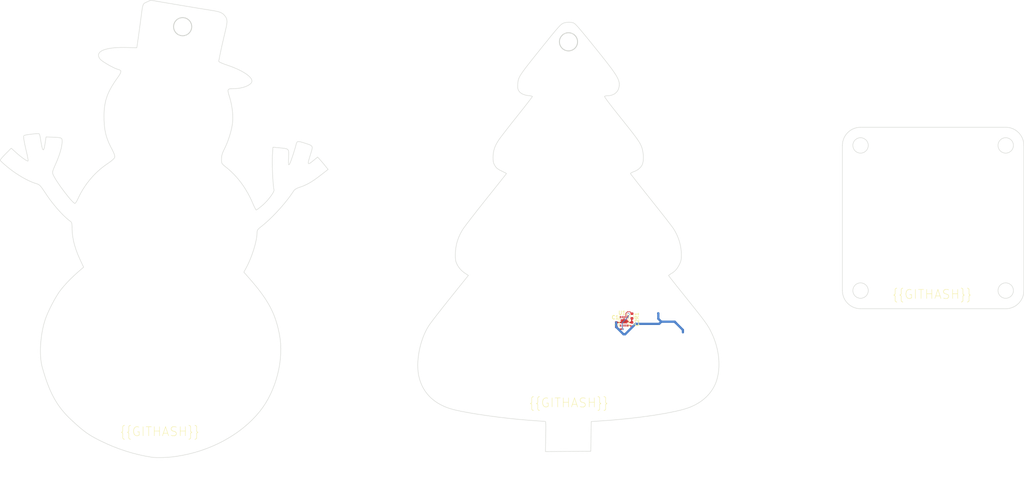
<source format=kicad_pcb>
(kicad_pcb (version 20240108) (generator "pcbnew") (generator_version "8.0")
  (layers (0 "F.Cu" signal) (31 "B.Cu" signal) (34 "B.Paste" user) (35 "F.Paste" user) (36 "B.SilkS" user "B.Silkscreen") (37 "F.SilkS" user "F.Silkscreen") (38 "B.Mask" user) (39 "F.Mask" user) (44 "Edge.Cuts" user))
  (net 0 "")
  (net 1 "ic-vcc")
  (net 2 "iset")
  (net 3 "ic-gnd")
  (net 4 "preterm")
  (net 5 "pg")
  (net 6 "chg")
  (net 7 "ts")
  (net 8 "ic-vcc-1")
  (net 9 "nc")
  (footprint "lib:C0402" (layer "F.Cu") (at 175.211449 121.28782 90)
    (property "Reference" "C2" (at 0.393321 1.144052 -90) (layer "F.SilkS") (effects (font (size 0.8 0.8))))
    (property "Value" "25V 1uF X5R ±10% 0402  Multilayer Ceramic Capacitors MLCC - SMD/SMT ROHS")
    (fp_line (start -0.107836 -0.36) (end 0.107836 -0.36) (stroke (width 0.12)) (layer "F.SilkS"))
    (fp_line (start -0.107836 0.36) (end 0.107836 0.36) (stroke (width 0.12)) (layer "F.SilkS"))
    (pad "1" smd roundrect (at -0.48 0 90) (size 0.56 0.62) (layers "F.Cu" "F.Paste" "F.Mask") (net 8 "ic-vcc-1"))
    (pad "2" smd roundrect (at 0.48 0 90) (size 0.56 0.62) (layers "F.Cu" "F.Paste" "F.Mask") (net 3 "ic-gnd"))
  )
  (footprint "lib:C0402" (layer "F.Cu") (at 171.778378 121.30717 90)
    (property "Reference" "C1" (at 1.602671 -0.242877 180) (layer "F.SilkS") (effects (font (size 0.8 0.8))))
    (property "Value" "25V 1uF X5R ±10% 0402  Multilayer Ceramic Capacitors MLCC - SMD/SMT ROHS")
    (fp_line (start -0.107836 -0.36) (end 0.107836 -0.36) (stroke (width 0.12)) (layer "F.SilkS"))
    (fp_line (start -0.107836 0.36) (end 0.107836 0.36) (stroke (width 0.12)) (layer "F.SilkS"))
    (pad "1" smd roundrect (at -0.48 0 90) (size 0.56 0.62) (layers "F.Cu" "F.Paste" "F.Mask") (net 1 "ic-vcc"))
    (pad "2" smd roundrect (at 0.48 0 90) (size 0.56 0.62) (layers "F.Cu" "F.Paste" "F.Mask") (net 3 "ic-gnd"))
  )
  (footprint "lib:R0402" (layer "F.Cu") (at 175.216659 119.395657 -90)
    (property "Reference" "R1" (at -0.031158 -1.088842 90) (layer "F.SilkS") (effects (font (size 0.8 0.8))))
    (property "Value" "100mW Thick Film Resistors ±100ppm/℃ ±1% 604Ω 0402  Chip Resistor - Surface Mount ROHS")
    (fp_line (start -0.153641 0.38) (end 0.153641 0.38) (stroke (width 0.12)) (layer "F.SilkS"))
    (fp_line (start -0.153641 -0.38) (end 0.153641 -0.38) (stroke (width 0.12)) (layer "F.SilkS"))
    (pad "1" smd roundrect (at -0.51 0 270) (size 0.54 0.64) (layers "F.Cu" "F.Paste" "F.Mask") (net 2 "iset"))
    (pad "2" smd roundrect (at 0.51 0 270) (size 0.54 0.64) (layers "F.Cu" "F.Paste" "F.Mask") (net 3 "ic-gnd"))
  )
  (footprint "lib:WSON-10_L2.0-W2.0-P0.40-BL-EP" (layer "F.Cu") (at 173.48 120.57 180)
    (property "Reference" "U1" (at 0.444499 1.865501 0) (layer "F.SilkS") (effects (font (size 0.8 0.8))))
    (property "Value" "")
    (fp_line (start 1.08 -1.08) (end 1.08 1.08) (stroke (width 0.15)) (layer "F.SilkS"))
    (fp_line (start -1.08 1.08) (end -1.08 -1.08) (stroke (width 0.15)) (layer "F.SilkS"))
    (fp_circle (center -0.8 1.48) (end -0.7 1.48) (stroke (width 0.2)) (fill none) (layer "F.SilkS"))
    (pad "1" smd rect (at -0.8 0.93 180) (size 0.22 0.51) (layers "F.Cu" "F.Paste" "F.Mask") (net 1 "ic-vcc"))
    (pad "2" smd rect (at -0.4 0.93 180) (size 0.22 0.51) (layers "F.Cu" "F.Paste" "F.Mask") (net 2 "iset"))
    (pad "3" smd rect (at 0 0.93 180) (size 0.22 0.51) (layers "F.Cu" "F.Paste" "F.Mask") (net 3 "ic-gnd"))
    (pad "4" smd rect (at 0.4 0.93 180) (size 0.22 0.51) (layers "F.Cu" "F.Paste" "F.Mask") (net 4 "preterm"))
    (pad "5" smd rect (at 0.8 0.93 180) (size 0.22 0.51) (layers "F.Cu" "F.Paste" "F.Mask") (net 5 "pg"))
    (pad "6" smd rect (at 0.8 -0.93 180) (size 0.22 0.51) (layers "F.Cu" "F.Paste" "F.Mask") (net 9 "nc"))
    (pad "7" smd rect (at 0.4 -0.93 180) (size 0.22 0.51) (layers "F.Cu" "F.Paste" "F.Mask") (net 1 "ic-vcc"))
    (pad "8" smd rect (at 0 -0.93 180) (size 0.22 0.51) (layers "F.Cu" "F.Paste" "F.Mask") (net 6 "chg"))
    (pad "9" smd rect (at -0.4 -0.93 180) (size 0.22 0.51) (layers "F.Cu" "F.Paste" "F.Mask") (net 7 "ts"))
    (pad "10" smd rect (at -0.8 -0.93 180) (size 0.22 0.51) (layers "F.Cu" "F.Paste" "F.Mask") (net 8 "ic-vcc-1"))
    (pad "11" smd rect (at 0 0 180) (size 1.5 0.9) (layers "F.Cu" "F.Paste" "F.Mask") (net 3 "ic-gnd"))
  )
  (gr_circle (center 225.62 81.79) (end 227.32 81.79) (stroke (width 0.1)) (fill none) (layer "Edge.Cuts"))
  (gr_circle (center 257.62 113.79) (end 259.32 113.79) (stroke (width 0.1)) (fill none) (layer "Edge.Cuts"))
  (gr_circle (center 257.62 81.79) (end 259.32 81.79) (stroke (width 0.1)) (fill none) (layer "Edge.Cuts"))
  (gr_poly (pts (xy 75.142222 50.797022) (xy 79.756606 51.568267) (xy 82.366969 51.99203) (xy 83.019066 52.095762) (xy 83.303876 52.146979) (xy 83.563537 52.198618) (xy 83.799806 52.251323) (xy 84.01444 52.305736) (xy 84.209196 52.362498) (xy 84.385831 52.422252) (xy 84.546102 52.485641) (xy 84.691766 52.553306) (xy 84.824581 52.62589) (xy 84.946303 52.704035) (xy 85.05869 52.788383) (xy 85.163499 52.879577) (xy 85.262486 52.978258) (xy 85.357409 53.08507) (xy 85.479286 53.234958) (xy 85.586233 53.378736) (xy 85.634185 53.44915) (xy 85.678498 53.519015) (xy 85.719202 53.588656) (xy 85.75633 53.658402) (xy 85.789911 53.728576) (xy 85.819976 53.799506) (xy 85.846558 53.871517) (xy 85.869686 53.944936) (xy 85.889392 54.020089) (xy 85.905707 54.097301) (xy 85.918662 54.176899) (xy 85.928287 54.259209) (xy 85.934615 54.344557) (xy 85.937675 54.433269) (xy 85.937499 54.525672) (xy 85.934119 54.62209) (xy 85.927564 54.722851) (xy 85.917866 54.82828) (xy 85.889166 55.054449) (xy 85.848266 55.303204) (xy 85.795414 55.577155) (xy 85.730859 55.878909) (xy 85.654849 56.211077) (xy 84.878546 59.55341) (xy 84.657875 60.550977) (xy 84.450892 61.532488) (xy 84.331406 62.116419) (xy 84.229648 62.629765) (xy 84.15639 63.017063) (xy 84.122409 63.222849) (xy 84.123062 63.236814) (xy 84.127967 63.251873) (xy 84.137065 63.268001) (xy 84.150302 63.285171) (xy 84.167619 63.303357) (xy 84.188962 63.322534) (xy 84.214273 63.342674) (xy 84.243497 63.363751) (xy 84.313454 63.408613) (xy 84.398381 63.456909) (xy 84.497828 63.50843) (xy 84.611342 63.562966) (xy 84.738473 63.620306) (xy 84.878767 63.680241) (xy 85.031775 63.742561) (xy 85.197043 63.807056) (xy 85.374121 63.873515) (xy 85.562558 63.94173) (xy 85.7619 64.011489) (xy 85.971698 64.082583) (xy 86.585981 64.296029) (xy 87.172975 64.516947) (xy 87.730729 64.744054) (xy 88.257293 64.976069) (xy 88.75072 65.211708) (xy 89.209058 65.449689) (xy 89.63036 65.68873) (xy 90.012676 65.927548) (xy 90.354056 66.16486) (xy 90.652552 66.399385) (xy 90.906214 66.629839) (xy 91.113092 66.85494) (xy 91.271238 67.073405) (xy 91.378702 67.283953) (xy 91.412819 67.385857) (xy 91.433535 67.485301) (xy 91.440605 67.582123) (xy 91.433787 67.676165) (xy 91.41712 67.753004) (xy 91.390362 67.829368) (xy 91.35383 67.905131) (xy 91.307839 67.980165) (xy 91.252707 68.054343) (xy 91.188749 68.12754) (xy 91.116281 68.199626) (xy 91.03562 68.270477) (xy 90.947082 68.339964) (xy 90.850984 68.407961) (xy 90.747641 68.47434) (xy 90.637371 68.538975) (xy 90.520488 68.601739) (xy 90.39731 68.662505) (xy 90.268153 68.721145) (xy 90.133332 68.777534) (xy 89.993165 68.831543) (xy 89.847967 68.883047) (xy 89.543745 68.978027) (xy 89.223197 69.06146) (xy 88.888852 69.132329) (xy 88.54324 69.189618) (xy 88.188892 69.232313) (xy 88.009232 69.24787) (xy 87.828337 69.259397) (xy 87.646523 69.266767) (xy 87.464106 69.269854) (xy 87.202959 69.272042) (xy 86.97453 69.277492) (xy 86.777472 69.288473) (xy 86.690288 69.296746) (xy 86.610443 69.307253) (xy 86.537768 69.320276) (xy 86.472096 69.3361) (xy 86.413258 69.355009) (xy 86.361087 69.377285) (xy 86.315414 69.403211) (xy 86.276071 69.433073) (xy 86.24289 69.467154) (xy 86.215703 69.505736) (xy 86.194342 69.549103) (xy 86.178638 69.59754) (xy 86.168424 69.65133) (xy 86.163532 69.710755) (xy 86.163793 69.776101) (xy 86.169039 69.847649) (xy 86.179102 69.925685) (xy 86.193814 70.010491) (xy 86.236514 70.20155) (xy 86.295792 70.423093) (xy 86.370304 70.677389) (xy 86.458705 70.966708) (xy 86.582128 71.384478) (xy 86.694998 71.803093) (xy 86.797211 72.221567) (xy 86.888665 72.638919) (xy 86.969257 73.054166) (xy 87.038885 73.466323) (xy 87.097447 73.874409) (xy 87.144838 74.277439) (xy 87.180958 74.674432) (xy 87.205702 75.064404) (xy 87.21897 75.446371) (xy 87.220657 75.819352) (xy 87.210662 76.182361) (xy 87.188881 76.534418) (xy 87.155212 76.874538) (xy 87.109553 77.201739) (xy 86.986123 77.871628) (xy 86.830027 78.558912) (xy 86.643845 79.255662) (xy 86.430157 79.953949) (xy 86.19154 80.645848) (xy 85.930575 81.323429) (xy 85.649841 81.978766) (xy 85.351916 82.60393) (xy 85.189192 82.938586) (xy 85.118752 83.093315) (xy 85.055229 83.240939) (xy 84.998352 83.382431) (xy 84.947849 83.518761) (xy 84.903447 83.650903) (xy 84.864875 83.779828) (xy 84.831859 83.906506) (xy 84.804129 84.031911) (xy 84.781412 84.157013) (xy 84.763435 84.282785) (xy 84.749927 84.410197) (xy 84.740615 84.540223) (xy 84.735228 84.673833) (xy 84.733493 84.811999) (xy 84.736223 85.129082) (xy 84.741369 85.261496) (xy 84.750575 85.379459) (xy 84.764997 85.485194) (xy 84.774524 85.534172) (xy 84.785789 85.580928) (xy 84.798934 85.625739) (xy 84.814106 85.668884) (xy 84.831447 85.710641) (xy 84.851104 85.751288) (xy 84.873219 85.791103) (xy 84.897937 85.830364) (xy 84.925403 85.869349) (xy 84.955761 85.908337) (xy 84.989155 85.947605) (xy 85.02573 85.987432) (xy 85.109 86.069873) (xy 85.206725 86.157886) (xy 85.320061 86.253696) (xy 85.598185 86.477602) (xy 86.096863 86.886277) (xy 86.577755 87.306529) (xy 87.04138 87.739064) (xy 87.488258 88.184586) (xy 87.918909 88.6438) (xy 88.333852 89.117412) (xy 88.733607 89.606125) (xy 89.118694 90.110646) (xy 89.489632 90.631678) (xy 89.846941 91.169927) (xy 90.19114 91.726098) (xy 90.52275 92.300895) (xy 90.84229 92.895024) (xy 91.150279 93.509189) (xy 91.447237 94.144095) (xy 91.733683 94.800448) (xy 91.84059 95.047283) (xy 91.945802 95.277558) (xy 92.046625 95.486234) (xy 92.140364 95.668271) (xy 92.224324 95.818627) (xy 92.295813 95.932265) (xy 92.326039 95.973739) (xy 92.352136 96.004143) (xy 92.373767 96.022848) (xy 92.382804 96.027616) (xy 92.390597 96.029223) (xy 92.399173 96.028006) (xy 92.410522 96.024397) (xy 92.441219 96.010237) (xy 92.482045 95.987221) (xy 92.53236 95.955824) (xy 92.591521 95.916524) (xy 92.658887 95.869798) (xy 92.815666 95.755976) (xy 92.997564 95.618173) (xy 93.199447 95.460204) (xy 93.416182 95.285885) (xy 93.642634 95.099032) (xy 93.891007 94.882848) (xy 94.141366 94.648628) (xy 94.390948 94.400061) (xy 94.636991 94.140836) (xy 94.87673 93.874641) (xy 95.107403 93.605164) (xy 95.326247 93.336095) (xy 95.530498 93.071122) (xy 95.717394 92.813933) (xy 95.884171 92.568218) (xy 96.028066 92.337665) (xy 96.146316 92.125962) (xy 96.236159 91.936798) (xy 96.294829 91.773863) (xy 96.311612 91.703383) (xy 96.319566 91.640844) (xy 96.318345 91.586706) (xy 96.307605 91.54143) (xy 96.264441 91.378418) (xy 96.221593 91.121805) (xy 96.138989 90.373142) (xy 96.064068 89.386161) (xy 96.001109 88.251583) (xy 95.954389 87.060129) (xy 95.928186 85.902519) (xy 95.926777 84.869474) (xy 95.95444 84.051714) (xy 96.07471 82.177477) (xy 97.36716 82.304781) (xy 98.13507 82.379263) (xy 98.441266 82.413109) (xy 98.700599 82.449744) (xy 98.916803 82.492956) (xy 99.009898 82.518212) (xy 99.09361 82.546534) (xy 99.168406 82.578395) (xy 99.234753 82.614268) (xy 99.293117 82.654627) (xy 99.343964 82.699946) (xy 99.387763 82.750698) (xy 99.424978 82.807357) (xy 99.456076 82.870396) (xy 99.481525 82.94029) (xy 99.501791 83.017511) (xy 99.51734 83.102533) (xy 99.536155 83.297877) (xy 99.541702 83.530109) (xy 99.537716 83.803018) (xy 99.51607 84.486025) (xy 99.501811 85.019341) (xy 99.495778 85.429631) (xy 99.49953 85.727933) (xy 99.505563 85.838537) (xy 99.514626 85.925284) (xy 99.526915 85.989553) (xy 99.542625 86.032723) (xy 99.551823 86.046828) (xy 99.56195 86.056175) (xy 99.573029 86.060938) (xy 99.585085 86.061289) (xy 99.612224 86.049443) (xy 99.643564 86.022019) (xy 99.679299 85.980395) (xy 99.719623 85.925951) (xy 99.770963 85.835961) (xy 99.83738 85.6921) (xy 100.00736 85.267042) (xy 100.213404 84.699332) (xy 100.439353 84.037526) (xy 100.669049 83.330178) (xy 100.886332 82.625845) (xy 101.075044 81.973082) (xy 101.219027 81.420443) (xy 101.232451 81.367288) (xy 101.246658 81.317349) (xy 101.261814 81.270604) (xy 101.278084 81.227032) (xy 101.295634 81.186611) (xy 101.314631 81.149321) (xy 101.33524 81.115138) (xy 101.357628 81.084043) (xy 101.381959 81.056013) (xy 101.4084 81.031027) (xy 101.437117 81.009064) (xy 101.468275 80.990102) (xy 101.502041 80.974119) (xy 101.538581 80.961095) (xy 101.578059 80.951007) (xy 101.620643 80.943835) (xy 101.666497 80.939556) (xy 101.715788 80.938149) (xy 101.768682 80.939594) (xy 101.825345 80.943867) (xy 101.885942 80.950949) (xy 101.950639 80.960817) (xy 102.019603 80.97345) (xy 102.092998 80.988826) (xy 102.170992 81.006924) (xy 102.253749 81.027723) (xy 102.434219 81.077337) (xy 102.635734 81.137495) (xy 102.859622 81.208025) (xy 103.581471 81.438726) (xy 103.868146 81.535185) (xy 104.108644 81.625316) (xy 104.212356 81.669476) (xy 104.305459 81.713816) (xy 104.388264 81.758923) (xy 104.461082 81.805384) (xy 104.524226 81.853787) (xy 104.578006 81.904719) (xy 104.622735 81.958768) (xy 104.658725 82.01652) (xy 104.686285 82.078563) (xy 104.705729 82.145484) (xy 104.717368 82.217871) (xy 104.721513 82.296311) (xy 104.718476 82.381392) (xy 104.708568 82.4737) (xy 104.692102 82.573823) (xy 104.669388 82.682348) (xy 104.606464 82.926954) (xy 104.522289 83.212218) (xy 104.300158 83.92351) (xy 104.076968 84.658354) (xy 103.993442 84.95378) (xy 103.929762 85.203046) (xy 103.886777 85.407528) (xy 103.865337 85.568604) (xy 103.862962 85.633296) (xy 103.866292 85.687652) (xy 103.875434 85.731846) (xy 103.890492 85.766049) (xy 103.911574 85.790433) (xy 103.938786 85.805172) (xy 103.972234 85.810436) (xy 104.012025 85.806398) (xy 104.058263 85.79323) (xy 104.111056 85.771105) (xy 104.236732 85.700671) (xy 104.3899 85.596472) (xy 104.571411 85.459887) (xy 105.02286 85.095065) (xy 105.918216 84.355181) (xy 106.388476 84.86751) (xy 106.496975 84.987739) (xy 106.625318 85.133369) (xy 106.92254 85.478508) (xy 107.242155 85.858286) (xy 107.546176 86.22806) (xy 108.2336 87.076296) (xy 106.72333 88.254687) (xy 106.031007 88.783192) (xy 105.392025 89.245391) (xy 105.089314 89.453516) (xy 104.796071 89.647331) (xy 104.511007 89.827593) (xy 104.232833 89.995056) (xy 103.960259 90.150478) (xy 103.691998 90.294613) (xy 103.426759 90.428217) (xy 103.163254 90.552046) (xy 102.900193 90.666855) (xy 102.636288 90.773401) (xy 102.370249 90.872439) (xy 102.100787 90.964724) (xy 101.955978 91.013649) (xy 101.818902 91.062832) (xy 101.689432 91.112348) (xy 101.567439 91.162273) (xy 101.452795 91.212683) (xy 101.345371 91.263651) (xy 101.245039 91.315254) (xy 101.151671 91.367567) (xy 101.065138 91.420665) (xy 100.985313 91.474624) (xy 100.912065 91.529517) (xy 100.845269 91.585421) (xy 100.784794 91.642412) (xy 100.730512 91.700563) (xy 100.682296 91.759951) (xy 100.640017 91.82065) (xy 100.313962 92.312951) (xy 99.958065 92.82026) (xy 99.575318 93.339289) (xy 99.168711 93.866747) (xy 98.741234 94.399346) (xy 98.295878 94.933795) (xy 97.835635 95.466804) (xy 97.363494 95.995083) (xy 96.882446 96.515343) (xy 96.395482 97.024295) (xy 95.905593 97.518647) (xy 95.415769 97.995111) (xy 94.929002 98.450396) (xy 94.44828 98.881213) (xy 93.976596 99.284272) (xy 93.51694 99.656283) (xy 93.364132 99.777198) (xy 93.228349 99.887118) (xy 93.108601 99.987555) (xy 93.003899 100.080022) (xy 92.913256 100.166032) (xy 92.835682 100.247098) (xy 92.770188 100.324733) (xy 92.741662 100.362737) (xy 92.715786 100.40045) (xy 92.692435 100.438062) (xy 92.671487 100.475762) (xy 92.652817 100.513738) (xy 92.636302 100.552181) (xy 92.621819 100.591279) (xy 92.609244 100.631221) (xy 92.589322 100.714395) (xy 92.575548 100.803215) (xy 92.566934 100.899195) (xy 92.56249 101.003847) (xy 92.561229 101.118685) (xy 92.548214 101.459191) (xy 92.510172 101.840399) (xy 92.448603 102.257479) (xy 92.365007 102.705605) (xy 92.260885 103.179948) (xy 92.137739 103.675679) (xy 91.997068 104.187971) (xy 91.840373 104.711996) (xy 91.669155 105.242926) (xy 91.484915 105.775933) (xy 91.289154 106.306188) (xy 91.083372 106.828864) (xy 90.86907 107.339132) (xy 90.647749 107.832164) (xy 90.420909 108.303133) (xy 90.190051 108.74721) (xy 89.658061 109.729433) (xy 90.799319 111.025652) (xy 91.552256 111.894452) (xy 92.247519 112.726345) (xy 92.887901 113.52649) (xy 93.476195 114.300047) (xy 94.015193 115.052178) (xy 94.507688 115.788042) (xy 94.956473 116.5128) (xy 95.364341 117.231612) (xy 95.734083 117.949638) (xy 96.068493 118.672038) (xy 96.370364 119.403974) (xy 96.642488 120.150605) (xy 96.887657 120.917091) (xy 97.108665 121.708593) (xy 97.308304 122.530271) (xy 97.489367 123.387286) (xy 97.659586 124.435519) (xy 97.764545 125.512723) (xy 97.805707 126.613102) (xy 97.784533 127.73086) (xy 97.702485 128.860202) (xy 97.561026 129.995332) (xy 97.361618 131.130454) (xy 97.105722 132.259774) (xy 96.794801 133.377494) (xy 96.430316 134.47782) (xy 96.01373 135.554956) (xy 95.546505 136.603107) (xy 95.030102 137.616476) (xy 94.465984 138.589268) (xy 93.855613 139.515689) (xy 93.20045 140.389941) (xy 92.386005 141.350273) (xy 91.510226 142.273552) (xy 90.576227 143.158109) (xy 89.587122 144.002278) (xy 88.546024 144.80439) (xy 87.456048 145.562779) (xy 86.320308 146.275777) (xy 85.141916 146.941716) (xy 83.923988 147.558929) (xy 82.669636 148.125749) (xy 81.381976 148.640508) (xy 80.06412 149.101539) (xy 78.719182 149.507174) (xy 77.350277 149.855747) (xy 75.960518 150.145589) (xy 74.553019 150.375033) (xy 73.862872 150.459306) (xy 73.131633 150.525975) (xy 72.383923 150.574372) (xy 71.644361 150.603827) (xy 70.93757 150.613671) (xy 70.288169 150.603235) (xy 69.720779 150.57185) (xy 69.475532 150.548093) (xy 69.26002 150.518847) (xy 69.260051 150.518832) (xy 67.831835 150.262486) (xy 66.416949 149.953785) (xy 65.016193 149.592984) (xy 63.630368 149.180338) (xy 62.260274 148.716103) (xy 60.90671 148.200532) (xy 59.570477 147.633881) (xy 58.252375 147.016405) (xy 57.283074 146.528505) (xy 56.847829 146.298277) (xy 56.438641 146.072324) (xy 56.050351 145.846994) (xy 55.6778 145.618633) (xy 55.315827 145.383588) (xy 54.959273 145.138205) (xy 54.602979 144.87883) (xy 54.241783 144.601811) (xy 53.870528 144.303492) (xy 53.484054 143.980222) (xy 52.644807 143.244211) (xy 51.682765 142.36455) (xy 51.097036 141.804159) (xy 50.54538 141.238954) (xy 50.025658 140.665073) (xy 49.535731 140.078649) (xy 49.07346 139.475819) (xy 48.636705 138.852719) (xy 48.223328 138.205483) (xy 47.831189 137.530249) (xy 47.458149 136.823151) (xy 47.10207 136.080325) (xy 46.760812 135.297907) (xy 46.432236 134.472032) (xy 46.114202 133.598836) (xy 45.804573 132.674455) (xy 45.501208 131.695024) (xy 45.201968 130.656679) (xy 45.078569 130.147371) (xy 44.978794 129.594224) (xy 44.90231 129.00242) (xy 44.848785 128.377144) (xy 44.817886 127.723579) (xy 44.809281 127.046907) (xy 44.822637 126.352311) (xy 44.857621 125.644974) (xy 44.913901 124.93008) (xy 44.991145 124.212811) (xy 45.089019 123.498351) (xy 45.207191 122.791883) (xy 45.345328 122.098589) (xy 45.503099 121.423652) (xy 45.68017 120.772256) (xy 45.876208 120.149584) (xy 46.005143 119.787909) (xy 46.154924 119.401263) (xy 46.508073 118.570286) (xy 46.917749 117.69111) (xy 47.366047 116.79819) (xy 47.83506 115.92598) (xy 48.306883 115.108937) (xy 48.76361 114.381515) (xy 48.980717 114.062179) (xy 49.187335 113.77817) (xy 49.387433 113.519297) (xy 49.599256 113.255538) (xy 50.056372 112.715109) (xy 50.555279 112.160374) (xy 51.092575 111.594824) (xy 51.664855 111.021952) (xy 52.268718 110.445248) (xy 52.900758 109.868205) (xy 53.557574 109.294314) (xy 54.329783 108.634142) (xy 53.616031 107.110232) (xy 53.390001 106.6154) (xy 53.179365 106.128819) (xy 52.984012 105.650049) (xy 52.803829 105.178652) (xy 52.638704 104.71419) (xy 52.488525 104.256224) (xy 52.353181 103.804315) (xy 52.232559 103.358025) (xy 52.126547 102.916915) (xy 52.035034 102.480548) (xy 51.957906 102.048484) (xy 51.895053 101.620284) (xy 51.846363 101.195511) (xy 51.811722 100.773726) (xy 51.79102 100.35449) (xy 51.784144 99.937365) (xy 51.780657 99.620612) (xy 51.776007 99.482669) (xy 51.769161 99.357285) (xy 51.759927 99.243666) (xy 51.748111 99.141014) (xy 51.733519 99.048534) (xy 51.715958 98.96543) (xy 51.695233 98.890904) (xy 51.671153 98.824161) (xy 51.643523 98.764406) (xy 51.612149 98.71084) (xy 51.576839 98.662669) (xy 51.537399 98.619096) (xy 51.493635 98.579325) (xy 51.445353 98.542559) (xy 51.149902 98.324092) (xy 50.839064 98.073347) (xy 50.514896 97.792628) (xy 50.179453 97.484238) (xy 49.834791 97.150482) (xy 49.482966 96.793665) (xy 49.126033 96.41609) (xy 48.766047 96.020062) (xy 48.405065 95.607885) (xy 48.045142 95.181864) (xy 47.688333 94.744302) (xy 47.336694 94.297504) (xy 46.992281 93.843774) (xy 46.657149 93.385417) (xy 46.333354 92.924737) (xy 46.022952 92.464037) (xy 45.611719 91.844971) (xy 45.279782 91.362091) (xy 45.137757 91.165551) (xy 45.008606 90.995655) (xy 44.89001 90.849933) (xy 44.779654 90.725918) (xy 44.675221 90.621143) (xy 44.574392 90.533138) (xy 44.474852 90.459437) (xy 44.374284 90.397571) (xy 44.27037 90.345073) (xy 44.160793 90.299474) (xy 44.043237 90.258307) (xy 43.915385 90.219103) (xy 43.593888 90.117525) (xy 43.255864 89.996009) (xy 42.903268 89.855657) (xy 42.538058 89.697573) (xy 42.162189 89.522858) (xy 41.777618 89.332616) (xy 41.386301 89.127951) (xy 40.990194 88.909964) (xy 40.591254 88.679759) (xy 40.191438 88.438438) (xy 39.792701 88.187105) (xy 39.396999 87.926862) (xy 39.00629 87.658812) (xy 38.622529 87.384058) (xy 38.247673 87.103703) (xy 37.883677 86.81885) (xy 37.49456 86.502783) (xy 37.131548 86.199554) (xy 36.802586 85.916398) (xy 36.515619 85.660548) (xy 36.278593 85.439239) (xy 36.099452 85.259705) (xy 36.034071 85.187865) (xy 35.986141 85.129182) (xy 35.956654 85.08456) (xy 35.946605 85.054903) (xy 35.948192 85.042433) (xy 35.952903 85.026953) (xy 35.971384 84.987332) (xy 36.001425 84.936776) (xy 36.042403 84.876021) (xy 36.093695 84.805804) (xy 36.154681 84.726859) (xy 36.224736 84.639924) (xy 36.303239 84.545735) (xy 36.389567 84.445026) (xy 36.483097 84.338536) (xy 36.689276 84.11115) (xy 36.916796 83.869466) (xy 37.037003 83.745102) (xy 37.160678 83.619372) (xy 38.374759 82.395922) (xy 39.365809 83.301684) (xy 39.814301 83.698656) (xy 40.266196 84.075272) (xy 40.704205 84.419302) (xy 41.111041 84.718514) (xy 41.469414 84.960676) (xy 41.625024 85.056541) (xy 41.762035 85.133557) (xy 41.878286 85.190195) (xy 41.971615 85.224926) (xy 42.039863 85.236222) (xy 42.063905 85.232603) (xy 42.080867 85.222552) (xy 42.085566 85.215268) (xy 42.089233 85.203934) (xy 42.093537 85.169549) (xy 42.093921 85.120268) (xy 42.090523 85.056964) (xy 42.083485 84.98051) (xy 42.072948 84.891778) (xy 42.059051 84.79164) (xy 42.041937 84.68097) (xy 41.998614 84.43152) (xy 41.944105 84.150408) (xy 41.879534 83.844615) (xy 41.806025 83.52112) (xy 41.578977 82.541169) (xy 41.399614 81.732306) (xy 41.265507 81.079136) (xy 41.174225 80.56626) (xy 41.123338 80.17828) (xy 41.112283 80.026315) (xy 41.110416 79.899799) (xy 41.117432 79.796809) (xy 41.133029 79.71542) (xy 41.156901 79.653706) (xy 41.188746 79.609743) (xy 41.213078 79.592846) (xy 41.252556 79.575085) (xy 41.372962 79.537437) (xy 41.541984 79.497733) (xy 41.751641 79.456905) (xy 42.26094 79.37561) (xy 42.837013 79.301016) (xy 43.416018 79.240586) (xy 43.934111 79.201782) (xy 44.150364 79.192822) (xy 44.327447 79.192067) (xy 44.45738 79.20045) (xy 44.532183 79.218905) (xy 44.538527 79.223215) (xy 44.545097 79.229471) (xy 44.551878 79.23762) (xy 44.558855 79.247608) (xy 44.573336 79.272888) (xy 44.588416 79.304879) (xy 44.603974 79.343154) (xy 44.619887 79.387282) (xy 44.636031 79.436835) (xy 44.652284 79.491383) (xy 44.668525 79.550496) (xy 44.684629 79.613746) (xy 44.700475 79.680703) (xy 44.715939 79.750937) (xy 44.7309 79.82402) (xy 44.745234 79.899521) (xy 44.75882 79.977012) (xy 44.771533 80.056063) (xy 44.946351 81.130774) (xy 45.025944 81.564983) (xy 45.101061 81.931234) (xy 45.172253 82.230134) (xy 45.24007 82.462288) (xy 45.305063 82.628302) (xy 45.336673 82.686696) (xy 45.367783 82.728781) (xy 45.398463 82.754634) (xy 45.428781 82.764331) (xy 45.458807 82.757947) (xy 45.488608 82.735557) (xy 45.518254 82.697238) (xy 45.547814 82.643066) (xy 45.606951 82.487462) (xy 45.666568 82.269351) (xy 45.727218 81.98934) (xy 45.78945 81.648032) (xy 45.853816 81.246035) (xy 46.055377 79.918581) (xy 47.417926 79.96628) (xy 48.109143 79.993687) (xy 48.392021 80.009194) (xy 48.636741 80.027435) (xy 48.846051 80.049559) (xy 49.022696 80.076715) (xy 49.169424 80.110051) (xy 49.288982 80.150717) (xy 49.339431 80.174158) (xy 49.384117 80.199861) (xy 49.423385 80.227972) (xy 49.457577 80.258632) (xy 49.487036 80.291987) (xy 49.512107 80.32818) (xy 49.533132 80.367353) (xy 49.550455 80.409652) (xy 49.575367 80.504197) (xy 49.589592 80.612965) (xy 49.595876 80.737105) (xy 49.596965 80.877764) (xy 49.590289 81.099803) (xy 49.571905 81.336737) (xy 49.542029 81.587807) (xy 49.500879 81.852253) (xy 49.448672 82.129318) (xy 49.385623 82.418243) (xy 49.311951 82.718269) (xy 49.227873 83.028637) (xy 49.133604 83.34859) (xy 49.029362 83.677367) (xy 48.915364 84.014212) (xy 48.791827 84.358364) (xy 48.658967 84.709065) (xy 48.517002 85.065558) (xy 48.366148 85.427082) (xy 48.206622 85.792879) (xy 47.949769 86.374791) (xy 47.755997 86.832451) (xy 47.68104 87.021721) (xy 47.619784 87.188367) (xy 47.571537 87.335205) (xy 47.535609 87.465048) (xy 47.511311 87.580709) (xy 47.497952 87.685002) (xy 47.494842 87.78074) (xy 47.501291 87.870737) (xy 47.516609 87.957807) (xy 47.540106 88.044763) (xy 47.571091 88.134418) (xy 47.608874 88.229586) (xy 47.761079 88.551834) (xy 47.975096 88.939463) (xy 48.241913 89.380584) (xy 48.55252 89.863307) (xy 49.269066 90.905997) (xy 50.052651 91.972411) (xy 50.831193 92.967426) (xy 51.196047 93.408433) (xy 51.532609 93.795921) (xy 51.831869 94.117998) (xy 52.084818 94.362774) (xy 52.282443 94.518359) (xy 52.357694 94.558989) (xy 52.415736 94.572863) (xy 52.426811 94.571375) (xy 52.439084 94.56696) (xy 52.452509 94.559691) (xy 52.467041 94.549641) (xy 52.482633 94.536883) (xy 52.499239 94.521489) (xy 52.516813 94.503532) (xy 52.535309 94.483086) (xy 52.574881 94.435018) (xy 52.617586 94.377866) (xy 52.663055 94.312214) (xy 52.710918 94.238646) (xy 52.760808 94.157745) (xy 52.812354 94.070093) (xy 52.865187 93.976276) (xy 52.918939 93.876875) (xy 52.97324 93.772474) (xy 53.02772 93.663657) (xy 53.082012 93.551007) (xy 53.135745 93.435107) (xy 53.405424 92.869327) (xy 53.69623 92.311615) (xy 54.007442 91.76282) (xy 54.338342 91.223792) (xy 54.688208 90.695381) (xy 55.05632 90.178436) (xy 55.441958 89.673808) (xy 55.844402 89.182347) (xy 56.262932 88.704901) (xy 56.696828 88.242322) (xy 57.145369 87.795459) (xy 57.607836 87.365163) (xy 58.083508 86.952281) (xy 58.571665 86.557666) (xy 59.071586 86.182166) (xy 59.582553 85.826632) (xy 59.914962 85.598282) (xy 60.214172 85.3804) (xy 60.477869 85.17504) (xy 60.595674 85.077698) (xy 60.703732 84.984257) (xy 60.801753 84.894974) (xy 60.889447 84.810106) (xy 60.966524 84.72991) (xy 61.032694 84.654642) (xy 61.087669 84.584559) (xy 61.131158 84.519919) (xy 61.162872 84.460977) (xy 61.182521 84.407992) (xy 61.189444 84.378526) (xy 61.194656 84.347449) (xy 61.198136 84.314702) (xy 61.199864 84.280227) (xy 61.197977 84.205863) (xy 61.188829 84.123892) (xy 61.172254 84.033852) (xy 61.148084 83.935279) (xy 61.116154 83.82771) (xy 61.076297 83.71068) (xy 61.028345 83.583727) (xy 60.972134 83.446388) (xy 60.907495 83.298197) (xy 60.834263 83.138693) (xy 60.75227 82.967412) (xy 60.661351 82.783889) (xy 60.561339 82.587662) (xy 60.452067 82.378268) (xy 60.237971 81.961359) (xy 60.041673 81.555601) (xy 59.862568 81.158484) (xy 59.700049 80.767498) (xy 59.553508 80.380135) (xy 59.422339 79.993885) (xy 59.305935 79.60624) (xy 59.203689 79.21469) (xy 59.114995 78.816725) (xy 59.039245 78.409838) (xy 58.975833 77.991518) (xy 58.924151 77.559256) (xy 58.883594 77.110544) (xy 58.853553 76.642872) (xy 58.833423 76.153731) (xy 58.822596 75.640612) (xy 58.82378 75.019765) (xy 58.843433 74.425285) (xy 58.882591 73.854032) (xy 58.942291 73.302869) (xy 59.023569 72.768658) (xy 59.127459 72.248262) (xy 59.255 71.738542) (xy 59.407225 71.236361) (xy 59.585172 70.73858) (xy 59.789877 70.242062) (xy 60.022374 69.743669) (xy 60.283701 69.240263) (xy 60.574893 68.728705) (xy 60.896986 68.205859) (xy 61.251015 67.668586) (xy 61.638018 67.113749) (xy 61.84244 66.825076) (xy 62.020375 66.566593) (xy 62.17201 66.336298) (xy 62.29753 66.132187) (xy 62.397121 65.95226) (xy 62.470968 65.794512) (xy 62.498296 65.72333) (xy 62.519258 65.656942) (xy 62.533877 65.595098) (xy 62.542176 65.537547) (xy 62.544179 65.484039) (xy 62.539908 65.434323) (xy 62.529387 65.388151) (xy 62.512639 65.34527) (xy 62.489688 65.305431) (xy 62.460556 65.268384) (xy 62.425267 65.233878) (xy 62.383844 65.201662) (xy 62.33631 65.171487) (xy 62.282689 65.143103) (xy 62.157276 65.090703) (xy 62.007792 65.042459) (xy 61.834422 64.996371) (xy 61.657986 64.943069) (xy 61.445562 64.862593) (xy 61.203024 64.758325) (xy 60.93625 64.633653) (xy 60.353499 64.336631) (xy 59.744319 63.998608) (xy 59.155721 63.646664) (xy 58.634716 63.307879) (xy 58.414252 63.151884) (xy 58.228316 63.009334) (xy 58.082783 62.883614) (xy 57.983531 62.778109) (xy 57.869943 62.622242) (xy 57.777351 62.470362) (xy 57.705558 62.322559) (xy 57.654369 62.178917) (xy 57.623588 62.039526) (xy 57.613018 61.904471) (xy 57.622463 61.773839) (xy 57.651728 61.647718) (xy 57.700616 61.526195) (xy 57.768931 61.409356) (xy 57.856477 61.297289) (xy 57.963058 61.190081) (xy 58.088479 61.087819) (xy 58.232542 60.99059) (xy 58.395052 60.89848) (xy 58.575812 60.811578) (xy 58.774627 60.72997) (xy 58.991301 60.653743) (xy 59.225638 60.582984) (xy 59.477441 60.51778) (xy 59.746514 60.458218) (xy 60.032661 60.404385) (xy 60.335687 60.356369) (xy 60.655395 60.314256) (xy 60.991589 60.278134) (xy 61.344073 60.248089) (xy 61.712651 60.224208) (xy 62.097127 60.20658) (xy 62.497305 60.195289) (xy 62.912988 60.190424) (xy 63.343981 60.192072) (xy 63.790088 60.20032) (xy 66.056857 60.258219) (xy 66.273486 58.80189) (xy 66.542465 56.891029) (xy 66.884944 54.341891) (xy 67.190183 52.053843) (xy 67.248082 51.679802) (xy 67.303557 51.37005) (xy 67.359078 51.117137) (xy 67.417116 50.913616) (xy 67.48014 50.752035) (xy 67.55062 50.624945) (xy 67.631027 50.524898) (xy 67.72383 50.444442) (xy 67.831501 50.37613) (xy 67.956508 50.312512) (xy 68.268412 50.169558) (xy 69.100734 49.778315)) (stroke (width 0.1)) (fill none) (layer "Edge.Cuts"))
  (gr_arc (start 261.62 113.79) (mid 260.448427 116.618427) (end 257.62 117.79) (stroke (width 0.1)) (layer "Edge.Cuts"))
  (gr_arc (start 225.62 117.79) (mid 222.791573 116.618427) (end 221.62 113.79) (stroke (width 0.1)) (layer "Edge.Cuts"))
  (gr_line (start 261.62 113.79) (end 261.62 81.79) (stroke (width 0.1)) (layer "Edge.Cuts"))
  (gr_circle (center 161.229974 58.946031) (end 163.229974 58.946031) (stroke (width 0.2)) (fill none) (layer "Edge.Cuts"))
  (gr_line (start 221.62 81.79) (end 221.62 113.79) (stroke (width 0.1)) (layer "Edge.Cuts"))
  (gr_arc (start 257.62 77.79) (mid 260.448427 78.961573) (end 261.62 81.79) (stroke (width 0.1)) (layer "Edge.Cuts"))
  (gr_poly (pts (xy 161.429183 54.643361) (xy 161.588699 54.648976) (xy 161.743405 54.660128) (xy 161.8913 54.67685) (xy 162.030385 54.699174) (xy 162.158659 54.727132) (xy 162.274122 54.760758) (xy 162.374774 54.800082) (xy 162.418214 54.822065) (xy 162.465501 54.850416) (xy 162.517128 54.885713) (xy 162.573587 54.928531) (xy 162.702967 55.039035) (xy 162.857578 55.186538) (xy 163.041357 55.37565) (xy 163.258241 55.610981) (xy 163.512165 55.897139) (xy 163.807067 56.238735) (xy 164.146884 56.640378) (xy 164.53555 57.106678) (xy 164.977005 57.642244) (xy 165.475183 58.251687) (xy 166.657456 59.710639) (xy 168.113864 61.520411) (xy 169.490282 63.25197) (xy 170.562092 64.650979) (xy 170.993296 65.243203) (xy 171.359779 65.7732) (xy 171.665351 66.247941) (xy 171.913823 66.674396) (xy 172.109006 67.059535) (xy 172.254708 67.41033) (xy 172.354741 67.733749) (xy 172.412915 68.036764) (xy 172.433041 68.326344) (xy 172.418927 68.609461) (xy 172.374385 68.893084) (xy 172.303226 69.184183) (xy 172.274597 69.278158) (xy 172.242 69.369887) (xy 172.205507 69.459324) (xy 172.165188 69.546423) (xy 172.121114 69.631137) (xy 172.073357 69.713419) (xy 172.021987 69.793223) (xy 171.967076 69.870502) (xy 171.908694 69.945208) (xy 171.846914 70.017296) (xy 171.781806 70.08672) (xy 171.71344 70.153431) (xy 171.641889 70.217383) (xy 171.567223 70.278531) (xy 171.489513 70.336826) (xy 171.408831 70.392223) (xy 171.325247 70.444674) (xy 171.238833 70.494134) (xy 171.14966 70.540554) (xy 171.057799 70.58389) (xy 170.96332 70.624093) (xy 170.866295 70.661118) (xy 170.766796 70.694917) (xy 170.664893 70.725444) (xy 170.560657 70.752652) (xy 170.45416 70.776495) (xy 170.345472 70.796926) (xy 170.234664 70.813898) (xy 170.121809 70.827364) (xy 170.006976 70.837278) (xy 169.890237 70.843593) (xy 169.771663 70.846262) (xy 169.726607 70.847177) (xy 169.681188 70.849133) (xy 169.590479 70.855957) (xy 169.501974 70.8663) (xy 169.418107 70.879728) (xy 169.378675 70.887463) (xy 169.341315 70.895806) (xy 169.306334 70.904703) (xy 169.274034 70.9141) (xy 169.244721 70.923942) (xy 169.218699 70.934176) (xy 169.196272 70.944746) (xy 169.177745 70.955599) (xy 169.171643 70.965792) (xy 169.172154 70.983757) (xy 169.17922 71.009417) (xy 169.192785 71.042693) (xy 169.239181 71.131786) (xy 169.310885 71.250417) (xy 169.407439 71.397965) (xy 169.528385 71.573811) (xy 169.673265 71.777334) (xy 169.841623 72.007915) (xy 170.246938 72.547768) (xy 170.740668 73.18841) (xy 171.319154 73.924882) (xy 171.978732 74.752222) (xy 174.641332 78.093405) (xy 175.537111 79.246786) (xy 176.200008 80.134787) (xy 176.673118 80.816979) (xy 176.99954 81.352933) (xy 177.222371 81.802218) (xy 177.384708 82.224406) (xy 177.462833 82.472098) (xy 177.531331 82.72855) (xy 177.59016 82.991701) (xy 177.639284 83.259489) (xy 177.678662 83.529854) (xy 177.708257 83.800735) (xy 177.728028 84.070071) (xy 177.737937 84.335802) (xy 177.737946 84.595867) (xy 177.728014 84.848205) (xy 177.708104 85.090755) (xy 177.678176 85.321456) (xy 177.638191 85.538248) (xy 177.588111 85.739069) (xy 177.527896 85.92186) (xy 177.457507 86.084559) (xy 177.391656 86.207668) (xy 177.318059 86.327563) (xy 177.236853 86.444134) (xy 177.148173 86.557272) (xy 177.052156 86.666869) (xy 176.948938 86.772814) (xy 176.838657 86.874999) (xy 176.721448 86.973315) (xy 176.597448 87.067652) (xy 176.466794 87.157903) (xy 176.32962 87.243956) (xy 176.186065 87.325705) (xy 176.036265 87.403039) (xy 175.880355 87.475849) (xy 175.718473 87.544027) (xy 175.550754 87.607462) (xy 175.482045 87.632835) (xy 175.415483 87.658969) (xy 175.351405 87.685667) (xy 175.290146 87.712731) (xy 175.23204 87.739963) (xy 175.177423 87.767164) (xy 175.126631 87.794136) (xy 175.079997 87.820681) (xy 175.037859 87.846601) (xy 175.00055 87.871698) (xy 174.968407 87.895773) (xy 174.941764 87.918629) (xy 174.920956 87.940066) (xy 174.90632 87.959888) (xy 174.898189 87.977896) (xy 174.896668 87.986157) (xy 174.8969 87.993891) (xy 174.922027 88.037315) (xy 174.991394 88.135797) (xy 175.25375 88.486297) (xy 176.209258 89.720013) (xy 177.617844 91.508896) (xy 179.333926 93.666804) (xy 181.092323 95.879526) (xy 182.616098 97.817656) (xy 183.742073 99.272256) (xy 184.307071 100.034388) (xy 184.515284 100.360502) (xy 184.7117 100.694247) (xy 184.896111 101.034954) (xy 185.068309 101.381957) (xy 185.228084 101.734588) (xy 185.375229 102.092181) (xy 185.509535 102.454068) (xy 185.630794 102.819582) (xy 185.738797 103.188056) (xy 185.833335 103.558822) (xy 185.914201 103.931214) (xy 185.981186 104.304563) (xy 186.034081 104.678204) (xy 186.072678 105.051468) (xy 186.096768 105.423689) (xy 186.106143 105.794199) (xy 186.105091 106.172735) (xy 186.095928 106.491761) (xy 186.087599 106.633067) (xy 186.076394 106.764426) (xy 186.062032 106.887483) (xy 186.044229 107.003882) (xy 186.022703 107.115265) (xy 185.997171 107.223277) (xy 185.967351 107.329562) (xy 185.932961 107.435763) (xy 185.893716 107.543524) (xy 185.849336 107.654488) (xy 185.744037 107.892603) (xy 185.654537 108.079442) (xy 185.563285 108.257402) (xy 185.469989 108.426825) (xy 185.374358 108.588053) (xy 185.276102 108.741425) (xy 185.174928 108.887283) (xy 185.070547 109.025968) (xy 184.962667 109.15782) (xy 184.850997 109.283181) (xy 184.735246 109.402392) (xy 184.615122 109.515794) (xy 184.490336 109.623727) (xy 184.360596 109.726532) (xy 184.22561 109.824551) (xy 184.085088 109.918125) (xy 183.938739 110.007593) (xy 183.810996 110.084401) (xy 183.691836 110.159793) (xy 183.583867 110.231854) (xy 183.489696 110.298666) (xy 183.41193 110.358313) (xy 183.380014 110.384851) (xy 183.353176 110.408878) (xy 183.331744 110.430155) (xy 183.316042 110.448443) (xy 183.306397 110.463502) (xy 183.303947 110.469746) (xy 183.303134 110.475092) (xy 183.318272 110.503511) (xy 183.362609 110.567965) (xy 183.532916 110.797359) (xy 183.802115 111.148045) (xy 184.158269 111.604794) (xy 185.08369 112.775559) (xy 186.213672 114.187815) (xy 189.362188 118.120691) (xy 190.402126 119.447898) (xy 191.169656 120.462983) (xy 191.727633 121.251467) (xy 192.13891 121.898876) (xy 192.466342 122.490732) (xy 192.772785 123.112559) (xy 193.051147 123.726705) (xy 193.303988 124.346147) (xy 193.531154 124.969731) (xy 193.732492 125.596305) (xy 193.907848 126.224716) (xy 194.05707 126.853811) (xy 194.180003 127.482437) (xy 194.276494 128.109442) (xy 194.346391 128.733673) (xy 194.389538 129.353977) (xy 194.405784 129.969202) (xy 194.394974 130.578194) (xy 194.356955 131.1798) (xy 194.291575 131.772869) (xy 194.198678 132.356247) (xy 194.078113 132.928782) (xy 193.929544 133.476781) (xy 193.74781 134.009233) (xy 193.533455 134.525547) (xy 193.287022 135.025131) (xy 193.009057 135.507395) (xy 192.700103 135.971748) (xy 192.360704 136.4176) (xy 191.991405 136.844359) (xy 191.592749 137.251434) (xy 191.165282 137.638235) (xy 190.709547 138.004171) (xy 190.226087 138.348651) (xy 189.715449 138.671084) (xy 189.178175 138.970879) (xy 188.61481 139.247446) (xy 188.025897 139.500193) (xy 187.387382 139.730873) (xy 186.62691 139.962173) (xy 185.752713 140.192844) (xy 184.773022 140.421641) (xy 182.530085 140.868622) (xy 179.96395 141.293139) (xy 177.140466 141.685214) (xy 174.125485 142.034872) (xy 170.984858 142.332135) (xy 167.784435 142.567026) (xy 166.231372 142.664027) (xy 166.19247 145.936793) (xy 166.153667 149.209559) (xy 161.14812 149.247553) (xy 156.142551 149.285548) (xy 156.211231 145.955256) (xy 156.23825 144.264273) (xy 156.238691 143.682086) (xy 156.22939 143.24944) (xy 156.209575 142.946836) (xy 156.195482 142.838207) (xy 156.178471 142.754778) (xy 156.158445 142.69411) (xy 156.135307 142.653767) (xy 156.108961 142.631312) (xy 156.079311 142.624308) (xy 155.214992 142.57575) (xy 153.588337 142.458798) (xy 151.746032 142.31468) (xy 150.23476 142.184626) (xy 147.951424 141.950142) (xy 145.645248 141.676286) (xy 143.382545 141.373503) (xy 141.229626 141.052239) (xy 139.252805 140.722941) (xy 137.518395 140.396054) (xy 136.092708 140.082025) (xy 135.042056 139.7913) (xy 134.381421 139.556594) (xy 133.752014 139.295735) (xy 133.153989 139.00888) (xy 132.587501 138.696185) (xy 132.052705 138.357807) (xy 131.549756 137.993902) (xy 131.078809 137.604627) (xy 130.64002 137.190138) (xy 130.233542 136.750592) (xy 129.859531 136.286146) (xy 129.518141 135.796955) (xy 129.209529 135.283176) (xy 128.933847 134.744967) (xy 128.691252 134.182482) (xy 128.481899 133.59588) (xy 128.305942 132.985316) (xy 128.169056 132.349397) (xy 128.072975 131.677754) (xy 128.016707 130.975694) (xy 127.999256 130.248525) (xy 128.019631 129.501555) (xy 128.076838 128.740093) (xy 128.169883 127.969445) (xy 128.297773 127.19492) (xy 128.459515 126.421826) (xy 128.654115 125.65547) (xy 128.880581 124.901161) (xy 129.137918 124.164206) (xy 129.425134 123.449914) (xy 129.741235 122.763591) (xy 130.085228 122.110547) (xy 130.456119 121.496088) (xy 130.678839 121.176405) (xy 131.044408 120.681658) (xy 131.533542 120.036727) (xy 132.126955 119.266491) (xy 133.549488 117.449628) (xy 135.157733 115.430109) (xy 139.156955 110.449519) (xy 138.361812 109.926661) (xy 138.191303 109.808793) (xy 138.024907 109.682349) (xy 137.863136 109.547997) (xy 137.706502 109.406407) (xy 137.555518 109.258246) (xy 137.410696 109.104183) (xy 137.27255 108.944887) (xy 137.141591 108.781027) (xy 137.018333 108.613271) (xy 136.903287 108.442289) (xy 136.796967 108.268748) (xy 136.699885 108.093317) (xy 136.612554 107.916666) (xy 136.535485 107.739462) (xy 136.469192 107.562375) (xy 136.414188 107.386072) (xy 136.393025 107.303561) (xy 136.373683 107.213821) (xy 136.356172 107.117074) (xy 136.340506 107.013541) (xy 136.326696 106.903442) (xy 136.314755 106.786999) (xy 136.296527 106.535963) (xy 136.28592 106.262201) (xy 136.28303 105.96748) (xy 136.287955 105.653567) (xy 136.300792 105.32223) (xy 136.322244 104.998512) (xy 136.354436 104.675622) (xy 136.397314 104.353731) (xy 136.450821 104.033012) (xy 136.514903 103.713637) (xy 136.589505 103.395777) (xy 136.67457 103.079605) (xy 136.770045 102.765293) (xy 136.875873 102.453014) (xy 136.991999 102.142939) (xy 137.118369 101.83524) (xy 137.254926 101.53009) (xy 137.401615 101.227661) (xy 137.558383 100.928125) (xy 137.725172 100.631653) (xy 137.901927 100.338419) (xy 138.126212 100.011097) (xy 138.51292 99.483877) (xy 139.040899 98.784161) (xy 139.688993 97.939352) (xy 141.260913 95.92407) (xy 143.059451 93.657252) (xy 146.236175 89.672407) (xy 147.202546 88.449633) (xy 147.557468 87.987986) (xy 147.556054 87.984938) (xy 147.551858 87.980582) (xy 147.535398 87.968089) (xy 147.508643 87.9508) (xy 147.472146 87.929003) (xy 147.372145 87.873051) (xy 147.239832 87.802557) (xy 147.079641 87.719846) (xy 146.896006 87.62724) (xy 146.693363 87.527063) (xy 146.476146 87.421641) (xy 146.164445 87.267635) (xy 146.029652 87.197126) (xy 145.907363 87.129704) (xy 145.796428 87.064435) (xy 145.695696 87.000386) (xy 145.604016 86.936623) (xy 145.520238 86.872216) (xy 145.443212 86.806229) (xy 145.371787 86.737731) (xy 145.304812 86.665788) (xy 145.241137 86.589467) (xy 145.179611 86.507836) (xy 145.119084 86.419962) (xy 145.058406 86.324911) (xy 144.996425 86.221751) (xy 144.936178 86.116882) (xy 144.882127 86.017884) (xy 144.833953 85.923336) (xy 144.791331 85.831816) (xy 144.753942 85.741904) (xy 144.721463 85.652177) (xy 144.693573 85.561215) (xy 144.669949 85.467596) (xy 144.65027 85.3699) (xy 144.634215 85.266704) (xy 144.621462 85.156587) (xy 144.611688 85.038128) (xy 144.604572 84.909906) (xy 144.599793 84.7705) (xy 144.597029 84.618488) (xy 144.595958 84.452448) (xy 144.599628 84.195279) (xy 144.611925 83.944089) (xy 144.633095 83.698112) (xy 144.663381 83.456583) (xy 144.703029 83.218738) (xy 144.752282 82.983811) (xy 144.811387 82.751037) (xy 144.880586 82.519652) (xy 144.960125 82.28889) (xy 145.050249 82.057986) (xy 145.151202 81.826176) (xy 145.26323 81.592694) (xy 145.386575 81.356776) (xy 145.521483 81.117655) (xy 145.6682 80.874568) (xy 145.826969 80.626749) (xy 146.032392 80.333611) (xy 146.358724 79.892071) (xy 147.30702 78.650511) (xy 148.537667 77.075522) (xy 149.916477 75.340556) (xy 151.237226 73.678901) (xy 152.309769 72.303534) (xy 153.024068 71.357417) (xy 153.212489 71.090004) (xy 153.258499 71.015527) (xy 153.270084 70.983515) (xy 153.265966 70.978423) (xy 153.259854 70.973183) (xy 153.251803 70.967809) (xy 153.241867 70.96231) (xy 153.216558 70.950987) (xy 153.184364 70.939307) (xy 153.14572 70.927361) (xy 153.101062 70.915241) (xy 153.050827 70.903038) (xy 152.995449 70.890845) (xy 152.935366 70.878753) (xy 152.871013 70.866854) (xy 152.802825 70.855239) (xy 152.73124 70.844002) (xy 152.656692 70.833232) (xy 152.579618 70.823023) (xy 152.500454 70.813465) (xy 152.419635 70.804652) (xy 152.231149 70.781807) (xy 152.048915 70.752885) (xy 151.873161 70.717993) (xy 151.704112 70.677241) (xy 151.541996 70.63074) (xy 151.387039 70.578598) (xy 151.239467 70.520925) (xy 151.099507 70.457831) (xy 150.967385 70.389425) (xy 150.843329 70.315816) (xy 150.727564 70.237115) (xy 150.620318 70.153431) (xy 150.521817 70.064872) (xy 150.432287 69.97155) (xy 150.351955 69.873574) (xy 150.281047 69.771052) (xy 150.239903 69.703254) (xy 150.203083 69.636552) (xy 150.170436 69.569895) (xy 150.141808 69.502228) (xy 150.117043 69.432499) (xy 150.095989 69.359654) (xy 150.078492 69.282642) (xy 150.064398 69.200408) (xy 150.053553 69.111901) (xy 150.045804 69.016066) (xy 150.040997 68.911851) (xy 150.038978 68.798203) (xy 150.039593 68.674069) (xy 150.042688 68.538396) (xy 150.04811 68.39013) (xy 150.055705 68.22822) (xy 150.072415 67.962758) (xy 150.098332 67.715002) (xy 150.116664 67.59479) (xy 150.139604 67.475438) (xy 150.16792 67.355755) (xy 150.202381 67.234552) (xy 150.243756 67.110641) (xy 150.292814 66.982832) (xy 150.350322 66.849936) (xy 150.41705 66.710763) (xy 150.493766 66.564125) (xy 150.58124 66.408832) (xy 150.680239 66.243695) (xy 150.791532 66.067525) (xy 150.915888 65.879133) (xy 151.054076 65.677329) (xy 151.375022 65.228731) (xy 151.760519 64.712216) (xy 152.216716 64.11827) (xy 152.749763 63.437382) (xy 153.365808 62.660036) (xy 154.871494 60.777918) (xy 157.351611 57.70227) (xy 158.182147 56.694478) (xy 158.801918 55.969401) (xy 159.257611 55.474061) (xy 159.595914 55.15548) (xy 159.735634 55.045918) (xy 159.863513 54.960679) (xy 160.107097 54.83668) (xy 160.2199 54.793912) (xy 160.345893 54.756391) (xy 160.483077 54.724149) (xy 160.629452 54.697218) (xy 160.783018 54.67563) (xy 160.941774 54.659418) (xy 161.10372 54.648615) (xy 161.266857 54.643252)) (stroke (width 0.1)) (fill none) (layer "Edge.Cuts"))
  (gr_line (start 257.62 77.79) (end 225.62 77.79) (stroke (width 0.1)) (layer "Edge.Cuts"))
  (gr_arc (start 221.62 81.79) (mid 222.791573 78.961573) (end 225.62 77.79) (stroke (width 0.1)) (layer "Edge.Cuts"))
  (gr_circle (center 225.62 113.79) (end 227.32 113.79) (stroke (width 0.1)) (fill none) (layer "Edge.Cuts"))
  (gr_circle (center 76.165146 55.61107) (end 78.165146 55.61107) (stroke (width 0.2)) (fill none) (layer "Edge.Cuts"))
  (gr_line (start 225.62 117.79) (end 257.62 117.79) (stroke (width 0.1)) (layer "Edge.Cuts"))
  (gr_text "{{GITHASH}}" (at 152.4 139.7 0) (layer "F.SilkS") (effects (font (size 2 2) (thickness 0.1)) (justify left bottom)))
  (gr_text "{{GITHASH}}" (at 62.23 146.05 0) (layer "F.SilkS") (effects (font (size 2 2) (thickness 0.1)) (justify left bottom)))
  (gr_text "{{GITHASH}}" (at 232.508427 115.791573 0) (layer "F.SilkS") (effects (font (size 2 2) (thickness 0.1)) (justify left bottom)))
  (segment (start 171.778378 121.78717) (end 172.22519 122.233982) (width 0.15) (layer "F.Cu") (net 1))
  (segment (start 174.435501 119.004499) (end 174.28 119.16) (width 0.15) (layer "F.Cu") (net 1))
  (segment (start 173.15019 122.233982) (end 172.22519 122.233982) (width 0.15) (layer "F.Cu") (net 1))
  (segment (start 173.210501 122.294293) (end 173.15019 122.233982) (width 0.15) (layer "F.Cu") (net 1))
  (segment (start 173.08 122.163792) (end 173.08 121.5) (width 0.15) (layer "F.Cu") (net 1))
  (segment (start 173.210501 122.294293) (end 172.285501 122.294293) (width 0.25) (layer "F.Cu") (net 1))
  (segment (start 174.28 119.16) (end 174.28 119.64) (width 0.15) (layer "F.Cu") (net 1))
  (segment (start 173.210501 122.294293) (end 173.08 122.163792) (width 0.15) (layer "F.Cu") (net 1))
  (via (at 173.210501 122.294293) (size 0.4) (drill 0.2) (layers "F.Cu" "B.Cu") (net 1))
  (via (at 174.435501 119.004499) (size 0.5) (drill 0.3) (layers "F.Cu" "B.Cu") (net 1))
  (segment (start 173.210501 122.294293) (end 173.085501 122.169293) (width 0.15) (layer "B.Cu") (net 1))
  (segment (start 173.085501 120.878886) (end 174.435501 119.528886) (width 0.15) (layer "B.Cu") (net 1))
  (segment (start 174.435501 119.528886) (end 174.435501 119.004499) (width 0.15) (layer "B.Cu") (net 1))
  (segment (start 173.085501 122.169293) (end 173.085501 120.878886) (width 0.15) (layer "B.Cu") (net 1))
  (segment (start 173.88 118.807099) (end 173.88 119.64) (width 0.15) (layer "F.Cu") (net 2))
  (segment (start 174.785501 118.454499) (end 174.2326 118.454499) (width 0.15) (layer "F.Cu") (net 2))
  (segment (start 175.216659 118.885657) (end 174.785501 118.454499) (width 0.15) (layer "F.Cu") (net 2))
  (segment (start 174.2326 118.454499) (end 173.88 118.807099) (width 0.15) (layer "F.Cu") (net 2))
  (segment (start 175.170113 118.886368) (end 174.973745 118.69) (width 0.15) (layer "F.Cu") (net 2))
  (segment (start 175.170113 119.906368) (end 175.170113 120.80872) (width 0.25) (layer "F.Cu") (net 3))
  (segment (start 174.589272 120.814617) (end 175.164216 120.814617) (width 0.25) (layer "F.Cu") (net 3))
  (segment (start 173.48 119.64) (end 173.48 120.57) (width 0.2) (layer "F.Cu") (net 3))
  (segment (start 175.170113 120.80872) (end 175.164216 120.814617) (width 0.25) (layer "F.Cu") (net 3))
  (segment (start 173.48 120.57) (end 174.344655 120.57) (width 0.25) (layer "F.Cu") (net 3))
  (segment (start 174.344655 120.57) (end 174.589272 120.814617) (width 0.25) (layer "F.Cu") (net 3))
  (segment (start 171.778378 120.82717) (end 173.22283 120.82717) (width 0.25) (layer "F.Cu") (net 3))
  (segment (start 173.22283 120.82717) (end 173.48 120.57) (width 0.25) (layer "F.Cu") (net 3))
  (segment (start 173.476632 121.503368) (end 173.48 121.5) (width 0.15) (layer "F.Cu") (net 6))
  (segment (start 174.28 121.5) (end 174.889599 121.5) (width 0.15) (layer "F.Cu") (net 8))
  (segment (start 174.889599 121.5) (end 175.164216 121.774617) (width 0.15) (layer "F.Cu") (net 8))
  (segment (start 174.28 121.5) (end 174.28 121.665326) (width 0.15) (layer "F.Cu") (net 8))
  (segment (start 173.335501 123.404499) (end 171.735501 121.804499) (width 0.5) (layer "B.Cu") (net 10))
  (segment (start 184.635501 120.654499) (end 184.935501 120.954499) (width 0.5) (layer "B.Cu") (net 10))
  (segment (start 181.215501 121.129499) (end 176.010501 121.129499) (width 0.5) (layer "B.Cu") (net 10))
  (segment (start 171.735501 121.804499) (end 171.735501 120.804499) (width 0.5) (layer "B.Cu") (net 10))
  (segment (start 176.010501 121.129499) (end 173.735501 123.404499) (width 0.5) (layer "B.Cu") (net 10))
  (segment (start 181.215501 121.129499) (end 181.690501 120.654499) (width 0.5) (layer "B.Cu") (net 10))
  (segment (start 184.635501 120.654499) (end 186.455501 122.474499) (width 0.5) (layer "B.Cu") (net 10))
  (segment (start 181.035501 119.999499) (end 181.035501 118.824499) (width 0.5) (layer "B.Cu") (net 10))
  (segment (start 181.690501 120.654499) (end 181.035501 119.999499) (width 0.5) (layer "B.Cu") (net 10))
  (segment (start 173.735501 123.404499) (end 173.335501 123.404499) (width 0.5) (layer "B.Cu") (net 10))
  (segment (start 186.455501 122.474499) (end 186.455501 122.994499) (width 0.5) (layer "B.Cu") (net 10))
  (segment (start 181.035501 118.824499) (end 181.005501 118.794499) (width 0.5) (layer "B.Cu") (net 10))
  (segment (start 181.690501 120.654499) (end 184.635501 120.654499) (width 0.5) (layer "B.Cu") (net 10))
)
</source>
